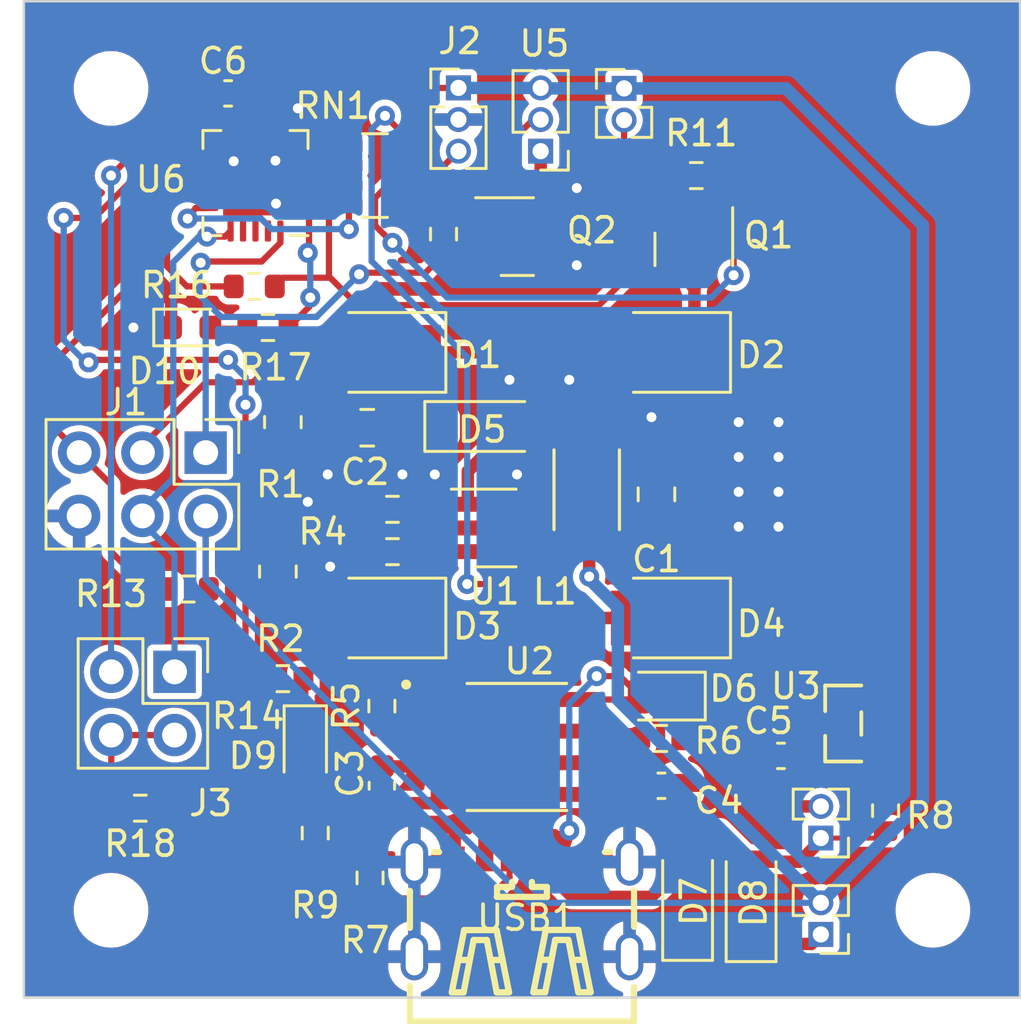
<source format=kicad_pcb>
(kicad_pcb (version 20221018) (generator pcbnew)
  (layers (0 "F.Cu" signal) (31 "B.Cu" signal) (34 "B.Paste" user) (35 "F.Paste" user) (36 "B.SilkS" user "B.Silkscreen") (37 "F.SilkS" user "F.Silkscreen") (38 "B.Mask" user) (39 "F.Mask" user) (44 "Edge.Cuts" user))
  (net 0 "")
  (net 1 "BAT+")
  (net 2 "Net-(BT1--)")
  (net 3 "BAT-")
  (net 4 "DRAIN")
  (net 5 "LED_PWR")
  (net 6 "Net-(D6-A)")
  (net 7 "VBAT")
  (net 8 "Net-(U3-VDD)")
  (net 9 "Net-(D1-K)")
  (net 10 "Net-(D1-A)")
  (net 11 "Net-(D3-K)")
  (net 12 "Net-(D3-A)")
  (net 13 "Net-(D5-A)")
  (net 14 "Net-(D6-K)")
  (net 15 "Net-(D7-K)")
  (net 16 "Net-(U1-FB)")
  (net 17 "Net-(U2-PROG)")
  (net 18 "Net-(U2-~{CHRG})")
  (net 19 "MISO")
  (net 20 "SCK")
  (net 21 "MODE1")
  (net 22 "RST")
  (net 25 "R_EN")
  (net 26 "PWM")
  (net 27 "Net-(Q2-D)")
  (net 28 "Net-(USB1-CC1)")
  (net 29 "Net-(RN1-R1.1)")
  (net 30 "Net-(RN1-R2.1)")
  (net 31 "R_TRIG")
  (net 32 "TRIG")
  (net 33 "DCDC_EN")
  (net 34 "SENSE")
  (net 35 "MODE2")
  (net 36 "Net-(J3-Pin_2)")
  (net 37 "Net-(U6-XTAL2{slash}PB1)")
  (net 38 "Net-(U6-PA3)")
  (net 39 "SINK")
  (net 40 "Net-(RN1-R3.1)")
  (net 41 "Net-(RN1-R4.1)")
  (net 48 "Net-(D10-A)")
  (footprint "Package_DFN_QFN:QFN-20-1EP_4x4mm_P0.5mm_EP2.6x2.6mm" (layer "F.Cu") (at 9.3 7.3 180)
    (fp_text reference "U6")
    (fp_text value "ATtiny44A-M")
  )
  (footprint "LED_SMD:LED_0805_2012Metric" (layer "F.Cu") (at 25.675 27.9 180)
    (fp_text reference "D6")
    (fp_text value "LED")
  )
  (footprint "Capacitor_SMD:C_0603_1608Metric" (layer "F.Cu") (at 25.6 31.5)
    (fp_text reference "C4")
    (fp_text value "10u")
  )
  (footprint "Resistor_SMD:R_0603_1608Metric" (layer "F.Cu") (at 34.6 32.5 90)
    (fp_text reference "R8")
    (fp_text value "1k")
  )
  (footprint "Connector_PinHeader_1.27mm:PinHeader_1x02_P1.27mm_Vertical" (layer "F.Cu") (at 32 37.47 180)
    (fp_text reference "SW1" hide)
    (fp_text value "ONOFF")
  )
  (footprint "Resistor_SMD:R_0603_1608Metric" (layer "F.Cu") (at 27 7 180)
    (fp_text reference "R11")
    (fp_text value "100k")
  )
  (footprint "Resistor_SMD:R_0805_2012Metric" (layer "F.Cu") (at 10.2 22.9 90)
    (fp_text reference "R2")
    (fp_text value "47")
  )
  (footprint "Resistor_SMD:R_0603_1608Metric" (layer "F.Cu") (at 25.575 29.6)
    (fp_text reference "R6")
    (fp_text value "1k")
  )
  (footprint "LED_SMD:LED_0603_1608Metric" (layer "F.Cu") (at 6.7 13.1)
    (fp_text reference "D10")
    (fp_text value "LED")
  )
  (footprint "MountingHole:MountingHole_2.5mm" (layer "F.Cu") (at 3.5 36.5)
    (fp_text reference "H4" hide)
    (fp_text value "~")
  )
  (footprint "LED_SMD:LED_PLCC_2835_Handsoldering" (layer "F.Cu") (at 14.444 24.765 180)
    (fp_text reference "D3")
    (fp_text value "LED")
  )
  (footprint "Connector_PinHeader_2.54mm:PinHeader_2x03_P2.54mm_Vertical" (layer "F.Cu") (at 7.3 18.125 -90)
    (fp_text reference "J1")
    (fp_text value "ISP")
  )
  (footprint "Resistor_SMD:R_0603_1608Metric" (layer "F.Cu") (at 11.7 33.4 90)
    (fp_text reference "R9")
    (fp_text value "1k")
  )
  (footprint "Diode_SMD:D_SOD-123" (layer "F.Cu") (at 26.65 36.15 90)
    (fp_text reference "D7")
    (fp_text value "MBR0520LT1")
  )
  (footprint "Connector_PinHeader_2.54mm:PinHeader_2x02_P2.54mm_Vertical" (layer "F.Cu") (at 6.05 26.925 -90)
    (fp_text reference "J3")
    (fp_text value "MODE")
  )
  (footprint "LED_SMD:LED_PLCC_2835_Handsoldering" (layer "F.Cu") (at 25.874 24.765 180)
    (fp_text reference "D4")
    (fp_text value "LED")
  )
  (footprint "MountingHole:MountingHole_2.5mm" (layer "F.Cu") (at 3.5 3.5)
    (fp_text reference "H1" hide)
    (fp_text value "~")
  )
  (footprint "Resistor_SMD:R_0603_1608Metric" (layer "F.Cu") (at 9.25 11.45 180)
    (fp_text reference "R16")
    (fp_text value "10k")
  )
  (footprint "Resistor_SMD:R_0603_1608Metric" (layer "F.Cu") (at 6.6 23.6)
    (fp_text reference "R13")
    (fp_text value "10k")
  )
  (footprint "Resistor_SMD:R_0603_1608Metric" (layer "F.Cu") (at 14.375 28.3 90)
    (fp_text reference "R5")
    (fp_text value "3k")
  )
  (footprint "Resistor_SMD:R_0805_2012Metric" (layer "F.Cu") (at 10.4 16.9 -90)
    (fp_text reference "R1")
    (fp_text value "47")
  )
  (footprint "LED_SMD:LED_PLCC_2835_Handsoldering" (layer "F.Cu") (at 25.874 14.1 180)
    (fp_text reference "D2")
    (fp_text value "LED")
  )
  (footprint "Capacitor_SMD:C_0805_2012Metric" (layer "F.Cu") (at 25.4 19.8 -90)
    (fp_text reference "C1")
    (fp_text value "22uF")
  )
  (footprint "Diode_SMD:D_SOD-123" (layer "F.Cu") (at 18.4593 17.0734)
    (fp_text reference "D5")
    (fp_text value "MBR0520LT1 (B5819W SL)")
  )
  (footprint "Connector_PinHeader_1.27mm:PinHeader_1x03_P1.27mm_Vertical" (layer "F.Cu") (at 17.45 3.48)
    (fp_text reference "J2")
    (fp_text value "TOUCH")
  )
  (footprint "Package_TO_SOT_SMD:SOT-23" (layer "F.Cu") (at 19.8125 9.45)
    (fp_text reference "Q2")
    (fp_text value "IRLML2402")
  )
  (footprint "Connector_PinHeader_1.27mm:PinHeader_1x02_P1.27mm_Vertical" (layer "F.Cu") (at 24.1 3.5)
    (fp_text reference "R15" hide)
    (fp_text value "R_Photo")
  )
  (footprint "Resistor_SMD:R_0603_1608Metric" (layer "F.Cu") (at 9.8 13.1 180)
    (fp_text reference "R17")
    (fp_text value "5k")
  )
  (footprint "lib:IND_LQH32MN2R2K23L" (layer "F.Cu") (at 22.6 19.6134 90)
    (fp_text reference "L1")
    (fp_text value "LQH32MN2R2K23L")
  )
  (footprint "MountingHole:MountingHole_2.5mm" (layer "F.Cu") (at 36.5 3.5)
    (fp_text reference "H2" hide)
    (fp_text value "~")
  )
  (footprint "TP4056:SOP127P600X175-9N" (layer "F.Cu") (at 19.7953 29.9418)
    (fp_text reference "U2")
    (fp_text value "TP4056")
  )
  (footprint "Connector_PinHeader_1.27mm:PinHeader_1x02_P1.27mm_Vertical" (layer "F.Cu") (at 32 33.6 180)
    (fp_text reference "BT1" hide)
    (fp_text value "1000 mAh")
  )
  (footprint "Diode_SMD:D_SOD-323" (layer "F.Cu") (at 11.3 29.9 -90)
    (fp_text reference "D9")
    (fp_text value "RB751V-40")
  )
  (footprint "Resistor_SMD:R_0603_1608Metric" (layer "F.Cu") (at 14.8 22.1 180)
    (fp_text reference "R3" hide)
    (fp_text value "10k")
  )
  (footprint "Resistor_SMD:R_0603_1608Metric" (layer "F.Cu") (at 13.9 35.2 90)
    (fp_text reference "R7")
    (fp_text value "5.1k")
  )
  (footprint "Package_TO_SOT_SMD:SOT-23-6" (layer "F.Cu") (at 18.9625 21.15)
    (fp_text reference "U1")
    (fp_text value "SB6286")
  )
  (footprint "Connector_PinHeader_1.27mm:PinHeader_1x03_P1.27mm_Vertical" (layer "F.Cu") (at 20.75 6.02 180)
    (fp_text reference "U5")
    (fp_text value "syn480r")
  )
  (footprint "Capacitor_SMD:C_0805_2012Metric" (layer "F.Cu") (at 13.7857 17.1242 180)
    (fp_text reference "C2")
    (fp_text value "22uF")
  )
  (footprint "LED_SMD:LED_PLCC_2835_Handsoldering" (layer "F.Cu") (at 14.444 14.1 180)
    (fp_text reference "D1")
    (fp_text value "LED")
  )
  (footprint "MountingHole:MountingHole_2.5mm" (layer "F.Cu") (at 36.5 36.5)
    (fp_text reference "H3" hide)
    (fp_text value "~")
  )
  (footprint "Capacitor_SMD:C_0603_1608Metric" (layer "F.Cu") (at 14.375 31.5 90)
    (fp_text reference "C3")
    (fp_text value "10u")
  )
  (footprint "Capacitor_SMD:C_0603_1608Metric" (layer "F.Cu") (at 30.4 30.3 180)
    (fp_text reference "C5")
    (fp_text value "0.1u")
  )
  (footprint "Capacitor_SMD:C_0603_1608Metric" (layer "F.Cu") (at 8.2 3.7)
    (fp_text reference "C6")
    (fp_text value "0.1u")
  )
  (footprint "Diode_SMD:D_SOD-123" (layer "F.Cu") (at 29.2 36.2 90)
    (fp_text reference "D8")
    (fp_text value "MBR0520LT1")
  )
  (footprint "Resistor_SMD:R_0603_1608Metric" (layer "F.Cu") (at 16.85 9.35 -90)
    (fp_text reference "R12" hide)
    (fp_text value "330")
  )
  (footprint "Package_TO_SOT_SMD:SOT-23" (layer "F.Cu") (at 26.9 9.9625 -90)
    (fp_text reference "Q1")
    (fp_text value "IRLML2402")
  )
  (footprint "Resistor_SMD:R_0603_1608Metric" (layer "F.Cu") (at 10.4 27.2)
    (fp_text reference "R14")
    (fp_text value "330")
  )
  (footprint "Resistor_SMD:R_0603_1608Metric" (layer "F.Cu") (at 14.8 20.4)
    (fp_text reference "R4")
    (fp_text value "100k")
  )
  (footprint "kicad_lceda:TYPE-C-SMD_TYPE-C-6P" (layer "F.Cu") (at 20 36.4)
    (fp_text reference "USB1")
    (fp_text value "TYPE-C_6P")
  )
  (footprint "Resistor_SMD:R_0603_1608Metric" (layer "F.Cu") (at 4.675 32.4 180)
    (fp_text reference "R18")
    (fp_text value "10k")
  )
  (footprint "kicad_lceda:SOT-23-3_L2.9-W1.3-P1.90-LS2.4-BR" (layer "F.Cu") (at 32.9 29)
    (fp_text reference "U3")
    (fp_text value "XB3303A")
  )
  (footprint "Resistor_SMD:R_Array_Convex_4x0603" (layer "F.Cu") (at 14.1 7)
    (fp_text reference "RN1")
    (fp_text value "330")
  )
  (gr_rect (start 0 0) (end 40 40) (stroke (width 0.1)) (fill none) (layer "Edge.Cuts"))
  (segment (start 27.95 33.3) (end 29.2 34.55) (width 0.5) (layer "F.Cu") (net 1))
  (segment (start 24.8782 31.8468) (end 24.925 31.8) (width 0.25) (layer "F.Cu") (net 1))
  (segment (start 24.9 31.575) (end 24.825 31.5) (width 0.5) (layer "F.Cu") (net 1))
  (segment (start 32 33.7) (end 32 33.6) (width 0.5) (layer "F.Cu") (net 1))
  (segment (start 34.6 33.325) (end 34.325 33.6) (width 0.2) (layer "F.Cu") (net 1))
  (segment (start 26 33.3) (end 27.95 33.3) (width 0.5) (layer "F.Cu") (net 1))
  (segment (start 29.2 34.55) (end 31.15 34.55) (width 0.5) (layer "F.Cu") (net 1))
  (segment (start 24.9 32.2) (end 24.9 31.575) (width 0.5) (layer "F.Cu") (net 1))
  (segment (start 24.9 32.2) (end 26 33.3) (width 0.5) (layer "F.Cu") (net 1))
  (segment (start 24.925 31.8) (end 22.3171 31.8) (width 0.5) (layer "F.Cu") (net 1))
  (segment (start 34.325 33.6) (end 32 33.6) (width 0.2) (layer "F.Cu") (net 1))
  (segment (start 31.15 34.55) (end 32 33.7) (width 0.5) (layer "F.Cu") (net 1))
  (segment (start 22.3171 31.8) (end 22.2703 31.8468) (width 0.5) (layer "F.Cu") (net 1))
  (segment (start 29.625 31.425) (end 29.625 30.175) (width 0.5) (layer "F.Cu") (net 2))
  (segment (start 29.625 30.175) (end 30.8 29) (width 0.5) (layer "F.Cu") (net 2))
  (segment (start 30.8 29) (end 31.9 29) (width 0.5) (layer "F.Cu") (net 2))
  (segment (start 30.53 32.33) (end 29.625 31.425) (width 0.5) (layer "F.Cu") (net 2))
  (segment (start 32.1 32.33) (end 30.53 32.33) (width 0.5) (layer "F.Cu") (net 2))
  (segment (start 9.3 4.937348) (end 9.3 5.375) (width 0.2) (layer "F.Cu") (net 3))
  (segment (start 18.55 21.15) (end 18.9 20.8) (width 0.5) (layer "F.Cu") (net 3))
  (segment (start 11 4.3) (end 9.937348 4.3) (width 0.2) (layer "F.Cu") (net 3))
  (segment (start 9.937348 4.3) (end 9.3 4.937348) (width 0.2) (layer "F.Cu") (net 3))
  (segment (start 17.825 21.15) (end 18.55 21.15) (width 0.5) (layer "F.Cu") (net 3))
  (via (at 19.8 19) (size 0.8) (drill 0.4) (layers "F.Cu" "B.Cu") (net 3))
  (via (at 28.7 19.7) (size 0.8) (drill 0.4) (layers "F.Cu" "B.Cu") (net 3))
  (via (at 28.7 18.3) (size 0.8) (drill 0.4) (layers "F.Cu" "B.Cu") (net 3))
  (via (at 11.4 20.1) (size 0.8) (drill 0.4) (layers "F.Cu" "B.Cu") (net 3))
  (via (at 22.2 7.5) (size 0.8) (drill 0.4) (layers "F.Cu" "B.Cu") (net 3))
  (via (at 30.3 18.3) (size 0.8) (drill 0.4) (layers "F.Cu" "B.Cu") (net 3))
  (via (at 12.3 22.7) (size 0.8) (drill 0.4) (layers "F.Cu" "B.Cu") (net 3))
  (via (at 21.9 15.2) (size 0.8) (drill 0.4) (layers "F.Cu" "B.Cu") (net 3))
  (via (at 19.5 15.2) (size 0.8) (drill 0.4) (layers "F.Cu" "B.Cu") (net 3))
  (via (at 16.5 19) (size 0.8) (drill 0.4) (layers "F.Cu" "B.Cu") (net 3))
  (via (at 10.125 8.125) (size 0.8) (drill 0.4) (layers "F.Cu" "B.Cu") (net 3))
  (via (at 28.7 21.1) (size 0.8) (drill 0.4) (layers "F.Cu" "B.Cu") (net 3))
  (via (at 30.3 21.1) (size 0.8) (drill 0.4) (layers "F.Cu" "B.Cu") (net 3))
  (via (at 8.425 6.425) (size 0.8) (drill 0.4) (layers "F.Cu" "B.Cu") (net 3))
  (via (at 22.2 10.6) (size 0.8) (drill 0.4) (layers "F.Cu" "B.Cu") (net 3))
  (via (at 30.3 16.9) (size 0.8) (drill 0.4) (layers "F.Cu" "B.Cu") (net 3))
  (via (at 28.7 16.9) (size 0.8) (drill 0.4) (layers "F.Cu" "B.Cu") (net 3))
  (via (at 4.4 13.1) (size 0.8) (drill 0.4) (layers "F.Cu" "B.Cu") (net 3))
  (via (at 11 4.3) (size 0.8) (drill 0.4) (layers "F.Cu" "B.Cu") (net 3))
  (via (at 10.1 6.4) (size 0.8) (drill 0.4) (layers "F.Cu" "B.Cu") (net 3))
  (via (at 30.3 19.7) (size 0.8) (drill 0.4) (layers "F.Cu" "B.Cu") (net 3))
  (via (at 25.2 16.7) (size 0.8) (drill 0.4) (layers "F.Cu" "B.Cu") (net 3))
  (via (at 15.2 19) (size 0.8) (drill 0.4) (layers "F.Cu" "B.Cu") (net 3))
  (via (at 12.2 19) (size 0.8) (drill 0.4) (layers "F.Cu" "B.Cu") (net 3))
  (segment (start 27.6 24.089) (end 27.6 14.773) (width 0.5) (layer "F.Cu") (net 4))
  (segment (start 26.924 24.765) (end 27.6 24.089) (width 0.5) (layer "F.Cu") (net 4))
  (segment (start 26.924 14.1) (end 26.924 10.924) (width 0.5) (layer "F.Cu") (net 4))
  (segment (start 26.924 10.924) (end 26.9 10.9) (width 0.5) (layer "F.Cu") (net 4))
  (segment (start 13.975 20.4) (end 13.975 17.8849) (width 0.5) (layer "F.Cu") (net 5))
  (segment (start 11.1125 21.9875) (end 12.7 20.4) (width 0.5) (layer "F.Cu") (net 5))
  (segment (start 12.7 20.4) (end 13.975 20.4) (width 0.5) (layer "F.Cu") (net 5))
  (segment (start 10.2 21.9875) (end 11.1125 21.9875) (width 0.5) (layer "F.Cu") (net 5))
  (segment (start 10.2 21.9875) (end 10.2 18.0125) (width 0.5) (layer "F.Cu") (net 5))
  (segment (start 16.8093 17.0734) (end 14.7865 17.0734) (width 0.5) (layer "F.Cu") (net 5))
  (segment (start 14.7865 17.0734) (end 14.7357 17.1242) (width 0.5) (layer "F.Cu") (net 5))
  (segment (start 10.2 18.0125) (end 10.4 17.8125) (width 0.5) (layer "F.Cu") (net 5))
  (segment (start 13.975 17.8849) (end 14.7357 17.1242) (width 0.5) (layer "F.Cu") (net 5))
  (segment (start 18.5 33.0265) (end 17.3203 31.8468) (width 0.5) (layer "F.Cu") (net 6))
  (segment (start 12 32.275) (end 11.7 32.575) (width 0.25) (layer "F.Cu") (net 6))
  (segment (start 16.9671 32.2) (end 14.45 32.2) (width 0.5) (layer "F.Cu") (net 6))
  (segment (start 21.5 34.437) (end 21.5 35.437) (width 0.5) (layer "F.Cu") (net 6))
  (segment (start 18.5 34.437) (end 18.5 33.687) (width 0.5) (layer "F.Cu") (net 6))
  (segment (start 23 27.1) (end 23.9375 27.1) (width 0.25) (layer "F.Cu") (net 6))
  (segment (start 21.9 33.3) (end 21.5 34.437) (width 0.5) (layer "F.Cu") (net 6))
  (segment (start 18.5 34.437) (end 18.5 33.0265) (width 0.5) (layer "F.Cu") (net 6))
  (segment (start 17.3203 31.8468) (end 16.9671 32.2) (width 0.5) (layer "F.Cu") (net 6))
  (segment (start 24.6007 28.0368) (end 22.2703 28.0368) (width 0.25) (layer "F.Cu") (net 6))
  (segment (start 18.7 33.487) (end 21.3 33.487) (width 0.5) (layer "F.Cu") (net 6))
  (segment (start 14.375 32.275) (end 12 32.275) (width 0.25) (layer "F.Cu") (net 6))
  (segment (start 24.7375 27.9) (end 24.6007 28.0368) (width 0.25) (layer "F.Cu") (net 6))
  (segment (start 22.025 35.962) (end 25.188 35.962) (width 0.5) (layer "F.Cu") (net 6))
  (segment (start 25.188 35.962) (end 26.65 34.5) (width 0.5) (layer "F.Cu") (net 6))
  (segment (start 23.9375 27.1) (end 24.7375 27.9) (width 0.25) (layer "F.Cu") (net 6))
  (segment (start 21.3 33.487) (end 21.5 33.687) (width 0.5) (layer "F.Cu") (net 6))
  (segment (start 11.7 32.575) (end 11.7 31.35) (width 0.25) (layer "F.Cu") (net 6))
  (segment (start 11.7 31.35) (end 11.3 30.95) (width 0.25) (layer "F.Cu") (net 6))
  (segment (start 21.5 33.687) (end 21.9 33.3) (width 0.5) (layer "F.Cu") (net 6))
  (segment (start 18.5 33.687) (end 18.7 33.487) (width 0.5) (layer "F.Cu") (net 6))
  (segment (start 21.5 35.437) (end 22.025 35.962) (width 0.5) (layer "F.Cu") (net 6))
  (segment (start 14.45 32.2) (end 14.375 32.275) (width 0.5) (layer "F.Cu") (net 6))
  (via (at 21.9 33.3) (size 0.8) (drill 0.4) (layers "F.Cu" "B.Cu") (net 6))
  (via (at 23 27.1) (size 0.8) (drill 0.4) (layers "F.Cu" "B.Cu") (net 6))
  (segment (start 21.9 33.3) (end 21.9 28.2) (width 0.25) (layer "B.Cu") (net 6))
  (segment (start 21.9 28.2) (end 23 27.1) (width 0.25) (layer "B.Cu") (net 6))
  (segment (start 22.3907 21.15) (end 22.7773 20.7634) (width 0.5) (layer "F.Cu") (net 7))
  (segment (start 22.7773 20.7634) (end 25.3866 20.7634) (width 0.5) (layer "F.Cu") (net 7))
  (segment (start 22.7 20.8407) (end 22.7773 20.7634) (width 0.5) (layer "F.Cu") (net 7))
  (segment (start 7.3 20.94) (end 7.025 20.665) (width 0.25) (layer "F.Cu") (net 7))
  (segment (start 8.8 3.875) (end 8.975 3.7) (width 0.25) (layer "F.Cu") (net 7))
  (segment (start 8.8 5.375) (end 8.8 3.875) (width 0.25) (layer "F.Cu") (net 7))
  (segment (start 25.3866 20.7634) (end 25.4 20.75) (width 0.5) (layer "F.Cu") (net 7))
  (segment (start 9.195 3.48) (end 8.975 3.7) (width 0.25) (layer "F.Cu") (net 7))
  (segment (start 17.45 3.48) (end 9.195 3.48) (width 0.25) (layer "F.Cu") (net 7))
  (segment (start 7.3 23.475) (end 7.3 20.94) (width 0.25) (layer "F.Cu") (net 7))
  (segment (start 7.425 23.6) (end 7.3 23.475) (width 0.25) (layer "F.Cu") (net 7))
  (segment (start 22.7 23.1) (end 22.7 20.8407) (width 0.5) (layer "F.Cu") (net 7))
  (segment (start 20.1 21.15) (end 22.3907 21.15) (width 0.5) (layer "F.Cu") (net 7))
  (via (at 22.7 23.1) (size 0.8) (drill 0.4) (layers "F.Cu" "B.Cu") (net 7))
  (segment (start 32 36.2) (end 36.1 32.1) (width 0.5) (layer "B.Cu") (net 7))
  (segment (start 20.77 3.5) (end 20.75 3.48) (width 0.5) (layer "B.Cu") (net 7))
  (segment (start 20.75 3.48) (end 17.45 3.48) (width 0.5) (layer "B.Cu") (net 7))
  (segment (start 22.7 23.1) (end 22.6 23.1) (width 0.5) (layer "B.Cu") (net 7))
  (segment (start 23.85 26.6) (end 23.85 24.35) (width 0.5) (layer "B.Cu") (net 7))
  (segment (start 36.1 32.1) (end 36.1 9) (width 0.5) (layer "B.Cu") (net 7))
  (segment (start 32 36.2) (end 20.3 36.2) (width 0.25) (layer "B.Cu") (net 7))
  (segment (start 7.3 23.2) (end 7.3 20.94) (width 0.25) (layer "B.Cu") (net 7))
  (segment (start 32 36.2) (end 23.85 28.05) (width 0.5) (layer "B.Cu") (net 7))
  (segment (start 36.1 9) (end 30.6 3.5) (width 0.5) (layer "B.Cu") (net 7))
  (segment (start 23.85 24.35) (end 22.7 23.2) (width 0.5) (layer "B.Cu") (net 7))
  (segment (start 24.1 3.5) (end 20.77 3.5) (width 0.5) (layer "B.Cu") (net 7))
  (segment (start 23.85 28.05) (end 23.85 26.6) (width 0.5) (layer "B.Cu") (net 7))
  (segment (start 7.3 20.94) (end 7.025 20.665) (width 0.25) (layer "B.Cu") (net 7))
  (segment (start 22.6 23.1) (end 22.7 23.2) (width 0.5) (layer "B.Cu") (net 7))
  (segment (start 22.7 23.2) (end 22.7 23.1) (width 0.5) (layer "B.Cu") (net 7))
  (segment (start 30.6 3.5) (end 24.1 3.5) (width 0.5) (layer "B.Cu") (net 7))
  (segment (start 20.3 36.2) (end 7.3 23.2) (width 0.25) (layer "B.Cu") (net 7))
  (segment (start 31.475 30.2) (end 32.525 30.2) (width 0.25) (layer "F.Cu") (net 8))
  (segment (start 31.175 30.5) (end 31.475 30.2) (width 0.25) (layer "F.Cu") (net 8))
  (segment (start 32.95 29) (end 33.9 28.05) (width 0.25) (layer "F.Cu") (net 8))
  (segment (start 32.525 30.2) (end 32.95 29.775) (width 0.25) (layer "F.Cu") (net 8))
  (segment (start 34.6 31.675) (end 34 31.675) (width 0.25) (layer "F.Cu") (net 8))
  (segment (start 32.525 30.2) (end 32.95 30.625) (width 0.25) (layer "F.Cu") (net 8))
  (segment (start 34 31.675) (end 32.95 30.625) (width 0.25) (layer "F.Cu") (net 8))
  (segment (start 32.95 29.775) (end 32.95 29) (width 0.25) (layer "F.Cu") (net 8))
  (segment (start 24.349 14.097) (end 15.494 14.097) (width 0.5) (layer "F.Cu") (net 9))
  (segment (start 10.4 15.9875) (end 11.0285 15.9875) (width 0.5) (layer "F.Cu") (net 10))
  (segment (start 11.0285 15.9875) (end 12.919 14.097) (width 0.5) (layer "F.Cu") (net 10))
  (segment (start 15.494 24.765) (end 24.349 24.765) (width 0.5) (layer "F.Cu") (net 11))
  (segment (start 11.9665 23.8125) (end 12.919 24.765) (width 0.5) (layer "F.Cu") (net 12))
  (segment (start 10.2 23.8125) (end 11.9665 23.8125) (width 0.5) (layer "F.Cu") (net 12))
  (segment (start 22.5734 17.0734) (end 20.1093 17.0734) (width 0.5) (layer "F.Cu") (net 13))
  (segment (start 19.6266 17.0734) (end 17.825 18.875) (width 0.5) (layer "F.Cu") (net 13))
  (segment (start 20.1093 17.0734) (end 19.6266 17.0734) (width 0.5) (layer "F.Cu") (net 13))
  (segment (start 22.7773 17.2773) (end 22.5734 17.0734) (width 0.5) (layer "F.Cu") (net 13))
  (segment (start 17.825 18.875) (end 17.825 20.2) (width 0.5) (layer "F.Cu") (net 13))
  (segment (start 22.7773 18.4634) (end 22.7773 17.2773) (width 0.5) (layer "F.Cu") (net 13))
  (segment (start 26.4 28.1125) (end 26.6125 27.9) (width 0.25) (layer "F.Cu") (net 14))
  (segment (start 26.4 29.9) (end 26.4 28.1125) (width 0.25) (layer "F.Cu") (net 14))
  (segment (start 31.62 37.85) (end 32 37.47) (width 0.5) (layer "F.Cu") (net 15))
  (segment (start 29.2 37.85) (end 31.62 37.85) (width 0.5) (layer "F.Cu") (net 15))
  (segment (start 29.15 37.8) (end 29.2 37.85) (width 0.5) (layer "F.Cu") (net 15))
  (segment (start 26.65 37.8) (end 29.15 37.8) (width 0.5) (layer "F.Cu") (net 15))
  (segment (start 17.825 22.1) (end 15.625 22.1) (width 0.5) (layer "F.Cu") (net 16))
  (segment (start 15.625 22.1) (end 15.625 20.4) (width 0.5) (layer "F.Cu") (net 16))
  (segment (start 17.1385 29.125) (end 17.3203 29.3068) (width 0.25) (layer "F.Cu") (net 17))
  (segment (start 14.375 29.125) (end 17.1385 29.125) (width 0.25) (layer "F.Cu") (net 17))
  (segment (start 24.4568 29.3068) (end 24.75 29.6) (width 0.25) (layer "F.Cu") (net 18))
  (segment (start 22.2703 29.3068) (end 24.4568 29.3068) (width 0.25) (layer "F.Cu") (net 18))
  (segment (start 10.3 9.225) (end 10.3 9.698008) (width 0.25) (layer "F.Cu") (net 19))
  (segment (start 10.3 9.698008) (end 9.548008 10.45) (width 0.25) (layer "F.Cu") (net 19))
  (segment (start 16.125 10.9) (end 16.85 10.175) (width 0.25) (layer "F.Cu") (net 19))
  (segment (start 13.525304 10.9) (end 16.125 10.9) (width 0.25) (layer "F.Cu") (net 19))
  (segment (start 9.548008 10.45) (end 7.05 10.45) (width 0.25) (layer "F.Cu") (net 19))
  (segment (start 13.462652 10.962652) (end 13.525304 10.9) (width 0.25) (layer "F.Cu") (net 19))
  (via (at 13.462652 10.962652) (size 0.8) (drill 0.4) (layers "F.Cu" "B.Cu") (net 19))
  (via (at 7.1 10.5) (size 0.8) (drill 0.4) (layers "F.Cu" "B.Cu") (net 19))
  (segment (start 11.750305 12.675) (end 7.925 12.675) (width 0.25) (layer "B.Cu") (net 19))
  (segment (start 7.05 11.8) (end 7.05 10.45) (width 0.25) (layer "B.Cu") (net 19))
  (segment (start 7.925 12.675) (end 7.05 11.8) (width 0.25) (layer "B.Cu") (net 19))
  (segment (start 7.3 12.05) (end 7.3 17.85) (width 0.25) (layer "B.Cu") (net 19))
  (segment (start 7.05 11.8) (end 7.3 12.05) (width 0.25) (layer "B.Cu") (net 19))
  (segment (start 7.3 17.85) (end 7.025 18.125) (width 0.25) (layer "B.Cu") (net 19))
  (segment (start 13.462652 10.962652) (end 11.750305 12.675) (width 0.25) (layer "B.Cu") (net 19))
  (segment (start 11.451207 11.9495) (end 11.451207 12.273793) (width 0.25) (layer "F.Cu") (net 20))
  (segment (start 11.45 8.525) (end 11.225 8.3) (width 0.25) (layer "F.Cu") (net 20))
  (segment (start 7.31 15.3) (end 4.485 18.125) (width 0.25) (layer "F.Cu") (net 20))
  (segment (start 11.451207 12.273793) (end 10.625 13.1) (width 0.25) (layer "F.Cu") (net 20))
  (segment (start 10.625 13.1) (end 10.625 13.875) (width 0.25) (layer "F.Cu") (net 20))
  (segment (start 11.45 10.05) (end 11.45 8.525) (width 0.25) (layer "F.Cu") (net 20))
  (segment (start 10.625 13.875) (end 9.2 15.3) (width 0.25) (layer "F.Cu") (net 20))
  (segment (start 9.2 15.3) (end 7.31 15.3) (width 0.25) (layer "F.Cu") (net 20))
  (via (at 11.4 10.1) (size 0.8) (drill 0.4) (layers "F.Cu" "B.Cu") (net 20))
  (via (at 11.5 11.9) (size 0.8) (drill 0.4) (layers "F.Cu" "B.Cu") (net 20))
  (segment (start 11.5 10.2) (end 11.4 10.1) (width 0.25) (layer "B.Cu") (net 20))
  (segment (start 11.5 11.9) (end 11.5 10.2) (width 0.25) (layer "B.Cu") (net 20))
  (segment (start 8.075 9.45) (end 8.3 9.225) (width 0.25) (layer "F.Cu") (net 21))
  (segment (start 7.35 9.45) (end 8.075 9.45) (width 0.25) (layer "F.Cu") (net 21))
  (via (at 7.35 9.45) (size 0.8) (drill 0.4) (layers "F.Cu" "B.Cu") (net 21))
  (segment (start 6.05 22.23) (end 6.05 26.925) (width 0.25) (layer "B.Cu") (net 21))
  (segment (start 7.024695 9.45) (end 6 10.474695) (width 0.25) (layer "B.Cu") (net 21))
  (segment (start 6 19.15) (end 4.485 20.665) (width 0.25) (layer "B.Cu") (net 21))
  (segment (start 7.35 9.45) (end 7.024695 9.45) (width 0.25) (layer "B.Cu") (net 21))
  (segment (start 6 10.474695) (end 6 19.15) (width 0.25) (layer "B.Cu") (net 21))
  (segment (start 4.485 20.665) (end 6.05 22.23) (width 0.25) (layer "B.Cu") (net 21))
  (segment (start 1.4 17.305) (end 2.22 18.125) (width 0.25) (layer "F.Cu") (net 22))
  (segment (start 1.4 14.3) (end 1.4 17.305) (width 0.25) (layer "F.Cu") (net 22))
  (segment (start 5.963604 7.3) (end 5.3 7.963604) (width 0.25) (layer "F.Cu") (net 22))
  (segment (start 5.3 7.963604) (end 5.3 10.4) (width 0.25) (layer "F.Cu") (net 22))
  (segment (start 3.55 22.15) (end 3.5 22.1) (width 0.25) (layer "F.Cu") (net 22))
  (segment (start 2.22 18.125) (end 3.5 19.405) (width 0.25) (layer "F.Cu") (net 22))
  (segment (start 3.5 19.405) (end 3.5 22.1) (width 0.25) (layer "F.Cu") (net 22))
  (segment (start 7.375 7.3) (end 5.963604 7.3) (width 0.25) (layer "F.Cu") (net 22))
  (segment (start 5 23.6) (end 3.55 22.15) (width 0.25) (layer "F.Cu") (net 22))
  (segment (start 5.775 23.6) (end 5 23.6) (width 0.25) (layer "F.Cu") (net 22))
  (segment (start 5.3 10.4) (end 1.4 14.3) (width 0.25) (layer "F.Cu") (net 22))
  (segment (start 16.85 8.525) (end 18.8875 8.525) (width 0.25) (layer "F.Cu") (net 25))
  (segment (start 14.6 7.4) (end 14.1 7.9) (width 0.25) (layer "F.Cu") (net 26))
  (segment (start 14.1 7.9) (end 14.1 9) (width 0.25) (layer "F.Cu") (net 26))
  (segment (start 14.1 9) (end 14.8 9.7) (width 0.25) (layer "F.Cu") (net 26))
  (segment (start 27.85 7.025) (end 27.825 7) (width 0.25) (layer "F.Cu") (net 26))
  (segment (start 28.5 11) (end 28.5 9.675) (width 0.25) (layer "F.Cu") (net 26))
  (segment (start 15 7.4) (end 14.6 7.4) (width 0.25) (layer "F.Cu") (net 26))
  (segment (start 28.5 9.675) (end 27.85 9.025) (width 0.25) (layer "F.Cu") (net 26))
  (segment (start 27.85 9.025) (end 27.85 7.025) (width 0.25) (layer "F.Cu") (net 26))
  (via (at 28.5 11) (size 0.8) (drill 0.4) (layers "F.Cu" "B.Cu") (net 26))
  (via (at 14.8 9.7) (size 0.8) (drill 0.4) (layers "F.Cu" "B.Cu") (net 26))
  (segment (start 27.6 11.9) (end 17 11.9) (width 0.25) (layer "B.Cu") (net 26))
  (segment (start 28.5 11) (end 27.6 11.9) (width 0.25) (layer "B.Cu") (net 26))
  (segment (start 17 11.9) (end 14.8 9.7) (width 0.25) (layer "B.Cu") (net 26))
  (segment (start 20.75 6.02) (end 20.75 9.45) (width 0.5) (layer "F.Cu") (net 27))
  (segment (start 13.9 36.025) (end 18.662 36.025) (width 0.25) (layer "F.Cu") (net 28))
  (segment (start 19.5 34.437) (end 20.5 34.437) (width 0.25) (layer "F.Cu") (net 28))
  (segment (start 18.662 36.025) (end 19.5 35.187) (width 0.25) (layer "F.Cu") (net 28))
  (segment (start 19.5 35.187) (end 19.5 34.437) (width 0.25) (layer "F.Cu") (net 28))
  (segment (start 11.8 6.3) (end 12.3 5.8) (width 0.25) (layer "F.Cu") (net 29))
  (segment (start 11.225 6.3) (end 11.8 6.3) (width 0.25) (layer "F.Cu") (net 29))
  (segment (start 12.3 5.8) (end 13.2 5.8) (width 0.25) (layer "F.Cu") (net 29))
  (segment (start 12.1 6.8) (end 12.3 6.6) (width 0.25) (layer "F.Cu") (net 30))
  (segment (start 11.225 6.8) (end 12.1 6.8) (width 0.25) (layer "F.Cu") (net 30))
  (segment (start 12.3 6.6) (end 13.2 6.6) (width 0.25) (layer "F.Cu") (net 30))
  (segment (start 16.15 7.45) (end 17.75 7.45) (width 0.25) (layer "F.Cu") (net 31))
  (segment (start 15.4 8.2) (end 16.15 7.45) (width 0.25) (layer "F.Cu") (net 31))
  (segment (start 17.75 7.45) (end 20.45 4.75) (width 0.25) (layer "F.Cu") (net 31))
  (segment (start 20.45 4.75) (end 20.75 4.75) (width 0.25) (layer "F.Cu") (net 31))
  (segment (start 15 8.2) (end 15.4 8.2) (width 0.25) (layer "F.Cu") (net 31))
  (segment (start 16.87 6.6) (end 17.45 6.02) (width 0.25) (layer "F.Cu") (net 32))
  (segment (start 15 6.6) (end 16.87 6.6) (width 0.25) (layer "F.Cu") (net 32))
  (segment (start 17.8 23.4) (end 18.8 23.4) (width 0.25) (layer "F.Cu") (net 33))
  (segment (start 15 5.1) (end 15 5.8) (width 0.25) (layer "F.Cu") (net 33))
  (segment (start 18.8 23.4) (end 20.1 22.1) (width 0.25) (layer "F.Cu") (net 33))
  (segment (start 14.5 4.6) (end 15 5.1) (width 0.25) (layer "F.Cu") (net 33))
  (via (at 14.5 4.6) (size 0.8) (drill 0.4) (layers "F.Cu" "B.Cu") (net 33))
  (via (at 17.8 23.4) (size 0.8) (drill 0.4) (layers "F.Cu" "B.Cu") (net 33))
  (segment (start 15.2 11.674695) (end 15.2 11.7) (width 0.25) (layer "B.Cu") (net 33))
  (segment (start 15.2 11.7) (end 17.8 14.3) (width 0.25) (layer "B.Cu") (net 33))
  (segment (start 14.5 4.6) (end 13.962652 5.137348) (width 0.25) (layer "B.Cu") (net 33))
  (segment (start 13.962652 10.437347) (end 15.2 11.674695) (width 0.25) (layer "B.Cu") (net 33))
  (segment (start 13.962652 5.137348) (end 13.962652 10.437347) (width 0.25) (layer "B.Cu") (net 33))
  (segment (start 17.8 14.3) (end 17.8 23.4) (width 0.25) (layer "B.Cu") (net 33))
  (segment (start 11.3 27.275) (end 11.225 27.2) (width 0.25) (layer "F.Cu") (net 34))
  (segment (start 11.3 28.85) (end 11.3 27.275) (width 0.25) (layer "F.Cu") (net 34))
  (segment (start 4.2 6.3) (end 7.375 6.3) (width 0.25) (layer "F.Cu") (net 35))
  (segment (start 3.5 7) (end 4.2 6.3) (width 0.25) (layer "F.Cu") (net 35))
  (via (at 3.5 7) (size 0.8) (drill 0.4) (layers "F.Cu" "B.Cu") (net 35))
  (segment (start 3.5 26.915) (end 3.51 26.925) (width 0.25) (layer "B.Cu") (net 35))
  (segment (start 3.5 7) (end 3.5 26.915) (width 0.25) (layer "B.Cu") (net 35))
  (segment (start 3.85 32.4) (end 3.51 32.06) (width 0.25) (layer "F.Cu") (net 36))
  (segment (start 3.51 29.465) (end 6.05 29.465) (width 0.25) (layer "F.Cu") (net 36))
  (segment (start 3.51 32.06) (end 3.51 29.465) (width 0.25) (layer "F.Cu") (net 36))
  (segment (start 2.8 14.4) (end 2.6 14.6) (width 0.25) (layer "F.Cu") (net 37))
  (segment (start 8.9 26.525) (end 8.9 16.2) (width 0.25) (layer "F.Cu") (net 37))
  (segment (start 2.825305 8.7) (end 1.6 8.7) (width 0.25) (layer "F.Cu") (net 37))
  (segment (start 8.3 14.4) (end 2.8 14.4) (width 0.25) (layer "F.Cu") (net 37))
  (segment (start 7.375 6.8) (end 4.725305 6.8) (width 0.25) (layer "F.Cu") (net 37))
  (segment (start 9.575 27.2) (end 8.9 26.525) (width 0.25) (layer "F.Cu") (net 37))
  (segment (start 4.725305 6.8) (end 2.825305 8.7) (width 0.25) (layer "F.Cu") (net 37))
  (via (at 1.6 8.7) (size 0.8) (drill 0.4) (layers "F.Cu" "B.Cu") (net 37))
  (via (at 2.6 14.5) (size 0.8) (drill 0.4) (layers "F.Cu" "B.Cu") (net 37))
  (via (at 8.9 16.2) (size 0.8) (drill 0.4) (layers "F.Cu" "B.Cu") (net 37))
  (via (at 8.2 14.4) (size 0.8) (drill 0.4) (layers "F.Cu" "B.Cu") (net 37))
  (segment (start 8.3 14.5) (end 8.3 14.4) (width 0.25) (layer "B.Cu") (net 37))
  (segment (start 8.9 16.2) (end 8.9 15.1) (width 0.25) (layer "B.Cu") (net 37))
  (segment (start 8.2 14.4) (end 8.3 14.5) (width 0.25) (layer "B.Cu") (net 37))
  (segment (start 2.6 14.6) (end 1.6 13.6) (width 0.25) (layer "B.Cu") (net 37))
  (segment (start 8.3 14.4) (end 8.2 14.4) (width 0.25) (layer "B.Cu") (net 37))
  (segment (start 1.6 13.6) (end 1.6 8.7) (width 0.25) (layer "B.Cu") (net 37))
  (segment (start 8.9 15.1) (end 8.3 14.5) (width 0.25) (layer "B.Cu") (net 37))
  (segment (start 12.25 8.351992) (end 11.698008 7.8) (width 0.25) (layer "F.Cu") (net 38))
  (segment (start 13.4 12.2) (end 12.25 11.05) (width 0.25) (layer "F.Cu") (net 38))
  (segment (start 23.1 12.2) (end 13.4 12.2) (width 0.25) (layer "F.Cu") (net 38))
  (segment (start 11.698008 7.8) (end 11.225 7.8) (width 0.25) (layer "F.Cu") (net 38))
  (segment (start 24.1 4.77) (end 24.1 11.2) (width 0.25) (layer "F.Cu") (net 38))
  (segment (start 12.25 11.05) (end 12.25 8.351992) (width 0.25) (layer "F.Cu") (net 38))
  (segment (start 24.1 11.2) (end 23.1 12.2) (width 0.25) (layer "F.Cu") (net 38))
  (segment (start 10.425 11.1) (end 12.3 11.1) (width 0.25) (layer "F.Cu") (net 38))
  (segment (start 10.075 11.45) (end 10.425 11.1) (width 0.25) (layer "F.Cu") (net 38))
  (segment (start 8.425 11.45) (end 6.55 11.45) (width 0.25) (layer "F.Cu") (net 39))
  (segment (start 6.1 7.8) (end 7.375 7.8) (width 0.25) (layer "F.Cu") (net 39))
  (segment (start 6.55 11.45) (end 5.75 10.65) (width 0.25) (layer "F.Cu") (net 39))
  (segment (start 5.75 8.15) (end 6.1 7.8) (width 0.25) (layer "F.Cu") (net 39))
  (segment (start 5.75 10.65) (end 5.75 8.15) (width 0.25) (layer "F.Cu") (net 39))
  (segment (start 13.1 7.3) (end 13.2 7.4) (width 0.25) (layer "F.Cu") (net 40))
  (segment (start 11.225 7.3) (end 13.1 7.3) (width 0.25) (layer "F.Cu") (net 40))
  (segment (start 13.05 8.35) (end 13.2 8.2) (width 0.25) (layer "F.Cu") (net 41))
  (segment (start 7.375 8.3) (end 6.9 8.3) (width 0.25) (layer "F.Cu") (net 41))
  (segment (start 13.05 9.15) (end 13.05 8.35) (width 0.25) (layer "F.Cu") (net 41))
  (segment (start 6.9 8.3) (end 6.55 8.75) (width 0.25) (layer "F.Cu") (net 41))
  (via (at 6.575 8.725) (size 0.8) (drill 0.4) (layers "F.Cu" "B.Cu") (net 41))
  (via (at 13.05 9.15) (size 0.8) (drill 0.4) (layers "F.Cu" "B.Cu") (net 41))
  (segment (start 9.525 8.725) (end 6.575 8.725) (width 0.25) (layer "B.Cu") (net 41))
  (segment (start 13.05 9.15) (end 9.95 9.15) (width 0.25) (layer "B.Cu") (net 41))
  (segment (start 9.95 9.15) (end 9.525 8.725) (width 0.25) (layer "B.Cu") (net 41))
  (segment (start 8.925 13.15) (end 8.975 13.1) (width 0.25) (layer "F.Cu") (net 48))
  (segment (start 7.4375 13.15) (end 8.925 13.15) (width 0.25) (layer "F.Cu") (net 48))
  (zone (net 3) (net_name "BAT-") (layers "F&B.Cu") (connect_pads (clearance 0.25)) (min_thickness 0.25) (fill yes (thermal_gap 0.5) (thermal_bridge_width 0.5))
    (polygon (pts (xy 0 0) (xy 40 0) (xy 40 40) (xy 0 40)))
  )
)
</source>
